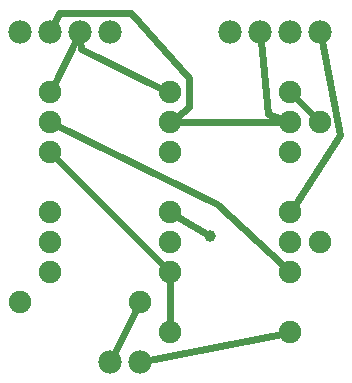
<source format=gbl>
G04 MADE WITH FRITZING*
G04 WWW.FRITZING.ORG*
G04 DOUBLE SIDED*
G04 HOLES PLATED*
G04 CONTOUR ON CENTER OF CONTOUR VECTOR*
%ASAXBY*%
%FSLAX23Y23*%
%MOIN*%
%OFA0B0*%
%SFA1.0B1.0*%
%ADD10C,0.075000*%
%ADD11C,0.078000*%
%ADD12C,0.039370*%
%ADD13C,0.024000*%
%LNCOPPER0*%
G90*
G70*
G54D10*
X1122Y460D03*
X1122Y860D03*
G54D11*
X422Y1160D03*
X322Y1160D03*
X222Y1160D03*
X122Y1160D03*
X1122Y1160D03*
X1022Y1160D03*
X922Y1160D03*
X822Y1160D03*
G54D10*
X1022Y960D03*
X1022Y860D03*
X1022Y760D03*
X622Y960D03*
X622Y860D03*
X622Y760D03*
X222Y960D03*
X222Y860D03*
X222Y760D03*
X222Y560D03*
X222Y460D03*
X222Y360D03*
X622Y560D03*
X622Y460D03*
X622Y360D03*
X1022Y560D03*
X1022Y460D03*
X1022Y360D03*
X622Y160D03*
X1022Y160D03*
X122Y260D03*
X522Y260D03*
G54D11*
X522Y60D03*
X422Y60D03*
G54D12*
X756Y480D03*
G54D13*
X509Y234D02*
X436Y87D01*
D02*
X994Y154D02*
X552Y66D01*
D02*
X622Y331D02*
X622Y188D01*
D02*
X242Y740D02*
X602Y380D01*
D02*
X1102Y880D02*
X1042Y940D01*
D02*
X323Y1130D02*
X324Y1104D01*
X324Y1104D02*
X596Y972D01*
D02*
X235Y985D02*
X309Y1133D01*
D02*
X1001Y379D02*
X780Y588D01*
X780Y588D02*
X248Y847D01*
D02*
X740Y490D02*
X647Y545D01*
D02*
X1128Y1130D02*
X1188Y816D01*
X1188Y816D02*
X1038Y584D01*
D02*
X925Y1130D02*
X948Y888D01*
X948Y888D02*
X995Y870D01*
D02*
X651Y860D02*
X994Y860D01*
D02*
X235Y1187D02*
X252Y1224D01*
X252Y1224D02*
X492Y1224D01*
X492Y1224D02*
X684Y1008D01*
X684Y1008D02*
X684Y912D01*
X684Y912D02*
X644Y878D01*
G04 End of Copper0*
M02*
</source>
